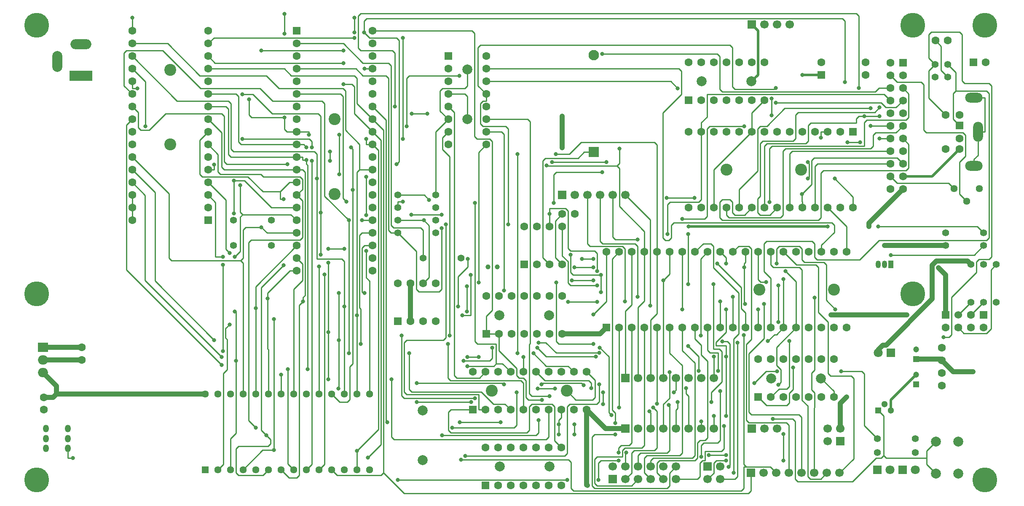
<source format=gbr>
%TF.GenerationSoftware,Novarm,DipTrace,4.3.0.4*%
%TF.CreationDate,2023-05-29T14:58:25+01:00*%
%FSLAX26Y26*%
%MOIN*%
%TF.FileFunction,Copper,L2,Bot*%
%TF.Part,Single*%
%TA.AperFunction,Conductor*%
%ADD13C,0.03937*%
%ADD14C,0.019685*%
%ADD15C,0.01*%
%TA.AperFunction,ComponentPad*%
%ADD18C,0.055118*%
%ADD19C,0.055118*%
%ADD20R,0.062992X0.062992*%
%ADD21C,0.062992*%
%ADD22R,0.066929X0.066929*%
%ADD23C,0.066929*%
%ADD24C,0.07874*%
%ADD25R,0.051181X0.051181*%
%ADD26C,0.051181*%
%ADD27C,0.066929*%
%ADD28C,0.19685*%
%ADD29C,0.062992*%
%ADD30C,0.06*%
%ADD31R,0.047244X0.047244*%
%ADD32C,0.047244*%
%ADD33C,0.094488*%
%ADD34R,0.056693X0.056693*%
%ADD35C,0.056693*%
%ADD36O,0.137795X0.07874*%
%ADD37O,0.07874X0.15748*%
%ADD38R,0.181102X0.07874*%
%ADD39O,0.165354X0.07874*%
%ADD40O,0.07874X0.165354*%
%ADD41R,0.07874X0.075*%
%ADD42O,0.07874X0.075*%
%ADD43R,0.070866X0.070866*%
%ADD44C,0.070866*%
%ADD45R,0.041339X0.059055*%
%ADD46O,0.041339X0.059055*%
%ADD49O,0.047244X0.06*%
%ADD50C,0.056693*%
%ADD51R,0.082677X0.082677*%
%ADD52C,0.082677*%
%TA.AperFunction,ViaPad*%
%ADD53C,0.031496*%
%TA.AperFunction,ComponentPad*%
%ADD119C,0.03937*%
G75*
G01*
%LPD*%
X7249999Y2399999D2*
D13*
X7732676D1*
X7499999Y1499999D2*
X7693109D1*
X7700983Y1492125D1*
X7793109Y1399999D1*
X7949999D1*
X599999Y1198424D2*
X672440D1*
X699999Y1225983D1*
Y1287401D1*
X593700Y1393700D1*
X6599999Y3749999D2*
D14*
X6724999D1*
X6749999Y3751574D1*
X7843700Y3166535D2*
X7625590Y2948424D1*
X7394094D1*
X5699999Y2549999D2*
X6799999D1*
X7124999D2*
D13*
Y2579330D1*
X7394094Y2848424D1*
X1875491Y1225983D2*
X699999D1*
X6724999Y3749999D2*
D14*
X6726574Y3751574D1*
X6749999D1*
X3699999Y2799999D2*
D15*
Y3299999D1*
X3799999Y3399999D1*
X7749999Y3734251D2*
X7697282Y3786968D1*
Y3978503D1*
X7650787Y4024999D1*
X1299999Y2799999D2*
Y2699999D1*
X3799999Y3399999D2*
X3733503Y3466495D1*
Y3626499D1*
X3753503Y3646499D1*
X3929999D1*
X3949999Y3666499D1*
Y3793700D1*
X1299999Y2699999D2*
Y2599999D1*
X593700Y1593700D2*
D13*
X899999D1*
X5860708Y739964D2*
D15*
X5995432D1*
X4985432Y546499D2*
Y678464D1*
X5005432Y698464D1*
X5145432D1*
X3400680Y546499D2*
X4739133D1*
X790550Y794291D2*
Y718539D1*
X829172D1*
X5533227Y2492129D2*
Y2726499D1*
X5553227Y2746499D1*
X5779994D1*
X5799999Y2766504D1*
Y3299999D1*
X2221085Y3557244D2*
Y3435748D1*
X2241085Y3415748D1*
X2502759D1*
X2818837Y2170433D2*
Y669329D1*
X2775491Y625983D1*
X2934074Y3277244D2*
Y2963937D1*
X5249999Y2349999D2*
Y1931181D1*
X5199999Y1881181D1*
Y1349999D1*
X2502759Y4077244D2*
Y4235236D1*
X5799999Y3299999D2*
Y3373461D1*
X5846298Y3419760D1*
Y3596889D1*
X7245629D1*
X7294094Y3548424D1*
X2599999Y3299999D2*
X2694648D1*
Y3277244D1*
X2502759Y3415748D2*
Y3319999D1*
X2522759Y3299999D1*
X2599999D1*
X2526180Y3046496D2*
X2046621D1*
X2026621Y3066496D1*
Y3426496D1*
X2006621Y3446496D1*
X1563133D1*
X1432385Y3315748D1*
X1366495D1*
X1346495Y3335748D1*
Y3453503D1*
X1299999Y3499999D1*
X2599999Y2299999D2*
X2646499Y2253499D1*
Y2126322D1*
X2575491Y2055314D1*
Y1225983D1*
X2599999Y2199999D2*
X2545921D1*
X2370487Y2024566D1*
Y1983070D1*
Y1582586D1*
X2375491Y1577582D1*
Y1225983D1*
X2067735Y1775476D2*
X2036987Y1744728D1*
Y1668606D1*
X2047735Y1657858D1*
Y1418338D1*
X2018837Y1389440D1*
Y669329D1*
X1975491Y625983D1*
X3347995Y1342992D2*
Y886503D1*
X3367995Y866503D1*
X4573700D1*
X4593700Y886502D1*
Y1099999D1*
X2849585Y2265129D2*
Y1713980D1*
X2067735Y2341692D2*
X2037834Y2371593D1*
Y2762164D1*
X1899999Y2899999D1*
X2849585Y2375968D2*
X2974684D1*
X2849585Y1713980D2*
Y1342992D1*
X2933999Y2024570D2*
Y1652488D1*
X1945432D2*
X1477755Y2120165D1*
Y2822243D1*
X1299999Y2999999D1*
X3980078Y1160669D2*
X3549251D1*
X2933999Y1652488D2*
Y1273744D1*
X2929585Y1269330D1*
X3136987Y2024570D2*
X3129880Y2031677D1*
X3115491D1*
Y2379999D1*
X3135492Y2399999D1*
X3199999D1*
X3106239Y1621736D2*
Y1897011D1*
X3095491Y1907759D1*
Y2479999D1*
X3115492Y2499999D1*
X3199999D1*
X2016987Y2249448D2*
Y1565240D1*
X1899999Y2799999D2*
X1957243Y2742755D1*
Y2310944D1*
X2016987D1*
X3795747Y1621736D2*
Y1352244D1*
X3815747Y1332244D1*
X4373700D1*
X4393700Y1312244D1*
Y1099999D1*
X3012991Y1549496D2*
Y2599999D1*
X3489251Y1549496D2*
Y1262165D1*
X3509251Y1242165D1*
X4060199D1*
X4155865Y1146499D1*
X4247200D1*
X4293700Y1099999D1*
X3199999Y2599999D2*
X3116987D1*
X3012991D2*
X2820334Y2792656D1*
Y3526496D1*
X2800334Y3546496D1*
X2409810D1*
X2309810Y3646496D1*
X1837755D1*
X1537755Y3946496D1*
X1253507D1*
X1233507Y3926496D1*
Y3666491D1*
X1299999Y3599999D1*
X2677247Y3177244D2*
X2654492Y3199999D1*
X2599999D1*
X5299999Y1349999D2*
Y1911925D1*
X5349999Y1961925D1*
Y2349999D1*
X3632483Y3446499D2*
X3509491D1*
X5349999Y2349999D2*
Y2511766D1*
X5151534Y2710231D1*
Y3011654D1*
X5131692Y3031496D1*
X5151534Y3051338D1*
Y3167401D1*
X2718837Y3071492D2*
Y669329D1*
X2675491Y625983D1*
X2861830Y3143740D2*
Y3071492D1*
X2599999Y3199999D2*
X2159589D1*
X2139589Y3219999D1*
Y3579999D1*
X2119589Y3599999D1*
X1899999D1*
X5131692Y3031496D2*
X4580432D1*
X4577243Y3034685D1*
X2686499Y1420118D2*
Y3037244D1*
X2677247Y3046496D1*
Y3077244D1*
X3884885Y3746499D2*
X3489491D1*
X3469491Y3726499D1*
Y3346496D1*
X5399999Y1349999D2*
Y1812842D1*
X5449999Y1862842D1*
Y2349999D1*
X2529585Y1420118D2*
Y671889D1*
X2575491Y625983D1*
X2599999Y3099999D2*
X2079589D1*
X2059589Y3119999D1*
Y3479999D1*
X2039589Y3499999D1*
X1899999D1*
X2677247Y3077244D2*
X2646499D1*
Y3099999D1*
X2599999D1*
X5449999Y2349999D2*
Y3198149D1*
X5429999Y3218149D1*
X4849313D1*
X4754904Y3123740D1*
X4649487D1*
X2475491Y625983D2*
X2538834Y562641D1*
X2598837D1*
X2618837Y582641D1*
Y1928385D1*
X2649585Y1959133D1*
X4777243Y2125393D2*
X4945432D1*
X3945826Y1877637D2*
Y2077248D1*
X2599999Y2999999D2*
X2026621D1*
X2006621Y3019999D1*
Y3293377D1*
X1899999Y3399999D1*
X2649585Y1959133D2*
Y1989881D1*
X2666499Y2006795D1*
Y2979995D1*
X2646495Y2999999D1*
X2599999D1*
X5499999Y2125393D2*
X5549999Y2175393D1*
Y2349999D1*
X5499999Y1349999D2*
Y2125393D1*
X2375491Y625983D2*
X2332145Y582637D1*
X2138837D1*
X2118837Y602637D1*
Y791106D1*
X2138837Y811106D1*
X2371082D1*
X2391082Y831106D1*
Y866503D1*
X2360334Y897251D1*
X2495432Y2769519D2*
X2469684D1*
Y2826653D1*
X2331991D1*
X2212148Y2946496D1*
X1853503D1*
X1833503Y2966496D1*
Y3233503D1*
X1899999Y3299999D1*
X5582282Y1239173D2*
X5599999Y1256890D1*
Y1349999D1*
X5021928Y1145433D2*
Y1239173D1*
X3749030Y897251D2*
X4493819D1*
X4513818Y917250D1*
Y1016811D1*
X2469684Y2826653D2*
X2543031Y2899999D1*
X2599999D1*
X2360334Y897251D2*
X2318837Y938748D1*
Y2069901D1*
X2495432Y2246496D1*
X1899999Y3199999D2*
X1977243Y3122755D1*
Y2986496D1*
X1997243Y2966496D1*
X2315849D1*
X2335849Y2946496D1*
X2626499D1*
X2646499Y2926496D1*
Y2846499D1*
X2599999Y2799999D1*
X4340200Y1238744D2*
Y978744D1*
X4320200Y958744D1*
X3830526D1*
X2599999Y2799999D2*
X2646499Y2753499D1*
Y2466496D1*
X2626499Y2446496D1*
X2238837D1*
X2218837Y2426496D1*
Y1015398D1*
X2275491Y958744D1*
X2102613Y2653307D2*
Y2915748D1*
X3930904Y735118D2*
X4720200D1*
X4740200Y755118D1*
Y1126499D1*
X4760200Y1146499D1*
X4971180D1*
X4991180Y1166499D1*
Y1300669D1*
X2418837Y1817157D2*
Y780358D1*
X2102613Y2915748D2*
X2184109D1*
X2399858Y2699999D1*
X2599999D1*
X2418837Y780358D2*
X2329866D1*
X2175491Y625983D1*
X2109231Y2310944D2*
X2153361Y2355074D1*
Y2626653D1*
X2173204Y2646496D1*
X2553503D1*
X2599999Y2599999D1*
X2075491Y625983D2*
Y871555D1*
X2118837Y914901D1*
Y1487999D1*
X2173204Y2646496D2*
X2153361Y2666339D1*
Y2877244D1*
X1946495Y3040480D2*
Y2999999D1*
X1899999D1*
X4146499Y1590988D2*
Y1507999D1*
X4126499Y1487999D1*
X3918924D1*
X4964487Y1519960D2*
X4572724D1*
X4501696Y1590988D1*
X5899999Y1349999D2*
Y1519960D1*
X2118837Y1487999D2*
Y1878952D1*
X2109231D1*
X2599999Y2499999D2*
X2366929D1*
X2320432Y2546496D1*
X2195491D1*
X2175491Y2526496D1*
Y2300039D1*
X2155648Y2280196D1*
X1608915D1*
X1588915Y2300196D1*
Y2811083D1*
X1299999Y3099999D1*
X2970432Y3946499D2*
X2320432D1*
X2155648Y2280196D2*
X2175491Y2260353D1*
Y1225983D1*
X2275491D2*
Y1903649D1*
Y2075491D1*
X2599999Y2399999D1*
X6357046Y3431744D2*
Y3566141D1*
X7199999Y2549999D2*
X7982676D1*
X8032676Y2499999D1*
X5611849Y3646499D2*
X5558349Y3699999D1*
X4099999D1*
X6746495Y3254566D2*
Y3299999D1*
X6799999D1*
X4693700Y799999D2*
X4640200Y853499D1*
Y1126499D1*
X4620200Y1146499D1*
X4460200D1*
X4440200Y1126499D1*
Y937251D1*
X4420200Y917251D1*
X3819778D1*
X3799778Y937251D1*
Y1079999D1*
X3819779Y1099999D1*
X3993700D1*
X6249999Y1895433D2*
Y1749999D1*
X5396495Y1926181D2*
Y2603503D1*
X5199999Y2799999D1*
X5999999Y2699999D2*
Y2640748D1*
X6019999Y2620748D1*
X6426495D1*
X6446495Y2640748D1*
Y3148425D1*
X6466495Y3168425D1*
X7139841D1*
X7159841Y3188425D1*
Y3274921D1*
X7179841Y3294921D1*
X7340590D1*
X7394094Y3348424D1*
X2875491Y625983D2*
X2918838Y582637D1*
X3266656D1*
X3286499Y602480D1*
Y3313499D1*
X3199999Y3399999D1*
X5749999Y2349999D2*
X5816496Y2416496D1*
X5876495D1*
X5896495Y2396496D1*
Y2226181D1*
X6096495Y2026181D1*
Y1702791D1*
X6055711Y1662007D1*
Y599999D1*
X6193700D2*
Y458699D1*
X6173700Y438700D1*
X3450279D1*
X3286499Y602480D1*
X3199999Y3399999D2*
X3075495Y3524503D1*
Y3726496D1*
X3055495Y3746496D1*
X2554849D1*
X2501346Y3799999D1*
X1899999D1*
X2970432Y3677244D2*
X3035495D1*
X3055495Y3657244D1*
Y3444503D1*
X3199999Y3299999D1*
X2970432Y3846496D2*
X1953503D1*
X1899999Y3899999D1*
X7137676Y3348425D2*
X7294094Y3348424D1*
X6099999Y2699999D2*
Y2844504D1*
X6246495Y2991000D1*
Y3326499D1*
X6266495Y3346499D1*
X6317459D1*
X6458125Y3487165D1*
X7137676D1*
X6014215Y648464D2*
X6027243Y661492D1*
Y1620240D1*
X6007243Y1640240D1*
X5965747D1*
X5849999Y2349999D2*
X5796495Y2296495D1*
Y1687066D1*
X3199999Y3299999D2*
X3266499Y3233499D1*
Y824873D1*
X3163507Y721881D1*
X6199999Y2699999D2*
X6140748Y2640748D1*
X6066495D1*
X6046495Y2660748D1*
Y2746499D1*
X6026495Y2766499D1*
X5966495D1*
X5946495Y2746499D1*
Y2620748D1*
X5966495Y2600748D1*
X6726495D1*
X6746495Y2620748D1*
Y2974921D1*
X6766495Y2994921D1*
X7420593D1*
X7440593Y3014921D1*
Y3201925D1*
X7394094Y3248424D1*
X6393700Y599999D2*
X6345235Y648464D1*
X6156337D1*
X6136495D1*
Y478700D1*
X6116495Y458700D1*
X4789881D1*
X4769881Y478700D1*
Y684370D1*
X4749881Y704370D1*
X3900156D1*
X3150432Y3246496D2*
Y3199999D1*
X3199999D1*
X6156337Y648464D2*
X6136495Y668306D1*
Y1692751D1*
X6396495Y2259133D2*
Y2376496D1*
X6416495Y2396496D1*
X6576495D1*
X6596495Y2376496D1*
Y2288381D1*
X6616495Y2268381D1*
X6767751D1*
X6787751Y2248381D1*
Y1967366D1*
X6859684Y1895433D1*
X5949999Y2349999D2*
X5996495Y2303503D1*
Y2259133D1*
X3054487Y4046496D2*
X1946496D1*
X1899999Y3999999D1*
X3438743Y3246496D2*
Y4046496D1*
X3075491Y775354D2*
Y625983D1*
X3199999Y3199999D2*
X3246499Y3153499D1*
Y946362D1*
X3075491Y775354D1*
X6049999Y2349999D2*
X6096496Y2396496D1*
X6176495D1*
X6196495Y2376496D1*
Y1658755D1*
X6156495Y1618755D1*
Y1018464D1*
X6176495Y998464D1*
X6473700D1*
X6493700Y978464D1*
Y599999D1*
X6299999Y2699999D2*
Y3188425D1*
X6319999Y3208425D1*
X6626495D1*
X6646495Y3228425D1*
Y3351318D1*
X6666495Y3371318D1*
X7026491D1*
Y3405669D1*
X7046491Y3425669D1*
X7087987D1*
X6935589Y3695433D2*
Y4178464D1*
X6915589Y4198464D1*
X3153503D1*
X3133503Y4178464D1*
Y4087992D1*
X1299999Y4204488D2*
Y4099999D1*
X3054487Y4087992D2*
Y4204488D1*
X3147735Y2359519D2*
Y2147378D1*
X3175491Y2119622D1*
Y1225983D1*
X3147735Y2946496D2*
Y2640480D1*
X7210589Y3248425D2*
X7294094Y3248424D1*
X7087987Y3425669D2*
X7210589D1*
X3133503Y4087992D2*
X3174999Y4046496D1*
X3387995D1*
X3407995Y4026496D1*
Y3064307D1*
X3390184Y3046496D1*
X3199999Y2999999D2*
X3095334D1*
Y3202925D1*
X2984822Y3313437D1*
Y3626496D1*
X2964822Y3646496D1*
X2458215D1*
X2358215Y3746496D1*
X1833502D1*
X1579999Y3999999D1*
X1299999D1*
X6149999Y2349999D2*
Y2269881D1*
X6139251Y2259133D1*
Y2228385D1*
X3095334Y2999999D2*
X3075491Y2980156D1*
Y1846889D1*
X6296495Y1936929D2*
Y1666499D1*
X6176495Y1546499D1*
Y1079960D1*
X6196495Y1059960D1*
X6573700D1*
X6593700Y1039960D1*
Y599999D1*
X4797243Y2228385D2*
X4945432D1*
X3907987Y1846889D2*
X3976574D1*
Y2169059D1*
X6399999Y2699999D2*
X6340748Y2640748D1*
X6266495D1*
X6246495Y2660748D1*
Y2770618D1*
X6266495Y2790618D1*
Y3208425D1*
X6286495Y3228425D1*
X6526495D1*
X6546495Y3248425D1*
Y3436417D1*
X6566495Y3456417D1*
X7172085D1*
X7210589Y3494921D1*
X6139251Y2228385D2*
Y1944921D1*
X6147243Y1936929D1*
X3075491Y1846889D2*
Y1225983D1*
X2975491D2*
Y1919133D1*
X6499999Y2699999D2*
Y3128425D1*
X6519999Y3148424D1*
X7294094D1*
X6696499Y1987755D2*
Y1415893D1*
X6672676Y1392070D1*
Y1258413D1*
X6696499Y1234590D1*
Y1116720D1*
X6693700Y1113920D1*
Y599999D1*
X6249999Y2349999D2*
Y2132244D1*
X6269999Y2112244D1*
X6311062D1*
X3953704Y2296499D2*
Y2231327D1*
X3877243Y2154866D1*
Y1919133D1*
X4945432Y2296499D2*
X4854566D1*
X2758837Y2933188D2*
Y3126496D1*
X2738837Y3146496D1*
X2099589D1*
X2079589Y3166496D1*
Y3526496D1*
X2059589Y3546496D1*
X1653503D1*
X1299999Y3899999D1*
X2975491Y1919133D2*
Y2275877D1*
X2955491Y2295877D1*
X2758837D1*
Y2933188D1*
X6349999Y2349999D2*
Y2248381D1*
X6369999Y2228381D1*
X6576499D1*
X6596499Y2208381D1*
Y1176338D1*
X6642164Y1130673D1*
Y571531D1*
X6662164Y551531D1*
X6745232D1*
X6793700Y599999D1*
X3030432Y3177244D2*
X3043739Y3163937D1*
Y2841496D1*
X6599999Y2699999D2*
Y2746499D1*
X6594995Y2751503D1*
Y2807996D1*
X4618739Y3062244D2*
X5047834D1*
X2170337Y3246496D2*
X2698743D1*
X2718743Y3226496D1*
Y3177244D1*
X1403003Y3346496D2*
Y3696995D1*
X1299999Y3799999D1*
X3043739Y2841496D2*
Y1465744D1*
X3018837Y1440842D1*
Y1182637D1*
X2998837Y1162637D1*
X2938838D1*
X2875491Y1225983D1*
X6594995Y2807996D2*
X6672912Y2885913D1*
Y3074921D1*
X6692912Y3094921D1*
X7347597D1*
X7394094Y3048424D1*
X6449999Y2349999D2*
X6551618Y2248381D1*
X6707247D1*
X6727247Y2228381D1*
Y1870669D1*
X6801420Y1796496D1*
Y1389610D1*
X6821420Y1369610D1*
X6984684D1*
X7004684Y1349610D1*
Y710984D1*
X6893700Y599999D1*
X6699999Y2699999D2*
Y3028425D1*
X6719999Y3048424D1*
X7294094D1*
X2789585Y2326625D2*
Y2661472D1*
X1340479Y3646496D2*
X1299999D1*
Y3699999D1*
X2775491Y2234385D2*
Y1225983D1*
X3746893Y2646496D2*
X3504566D1*
X5745432Y2777248D2*
X5527243D1*
X2789585Y2661472D2*
Y3426496D1*
X2769585Y3446496D1*
X2404078D1*
X2251834Y3598740D1*
X2170337D1*
X4699999Y3424999D2*
D13*
Y3174999D1*
X6199999Y4149999D2*
D14*
X6249015Y4100983D1*
Y3752165D1*
X6196850Y3699999D1*
X7732676Y1849999D2*
D13*
Y2167322D1*
X7674999Y2224999D1*
X4699999Y1699999D2*
X4999999D1*
X5049999Y1749999D1*
X5199999Y949999D2*
X5043700D1*
X4893700Y1099999D1*
X3500393Y1800393D2*
Y2100393D1*
X7499999Y1378739D2*
D14*
X7299999Y1178739D1*
Y1093700D1*
X6899999Y949999D2*
D13*
Y1149999D1*
X6949999Y1199999D1*
X899999Y1495275D2*
X595275D1*
X593700Y1493700D1*
X7424999Y1849999D2*
X6824999D1*
X4893700Y1099999D2*
Y506298D1*
X4899999Y499999D1*
X6299802Y3550393D2*
D15*
X6199999Y3450590D1*
Y3299999D1*
X3949999Y3399999D2*
Y3580000D1*
X3930000Y3599999D1*
X3799999D1*
X4734251Y1249999D2*
X4807000Y1177251D1*
X4940432D1*
X4960432Y1197251D1*
Y1333267D1*
X4893700Y1399999D1*
X6849999Y1199999D2*
Y1246653D1*
X6747046Y1349606D1*
X4699999Y2649999D2*
X4646495Y2596495D1*
Y2303503D1*
X4699999Y2249999D1*
X6199999Y3299999D2*
X5899999Y2999999D1*
Y2699999D1*
X4976180Y2197633D2*
Y2337996D1*
X4956180Y2357996D1*
X4766495D1*
X4746495Y2377996D1*
Y2676496D1*
X4726495Y2696496D1*
X4599999D1*
Y2649940D1*
X3399999Y2599999D2*
X3604684D1*
X6407719Y1297248D2*
X6430141Y1319670D1*
Y1417909D1*
X6396499Y1451551D1*
Y1596499D1*
X6549999Y1749999D1*
X6448463Y698468D2*
Y908129D1*
X5995432Y698468D2*
X5918467D1*
X5898467Y678468D1*
Y598467D1*
X5849999Y549999D1*
X4599999Y2649940D2*
Y2549999D1*
X3604684Y2599999D2*
X3646889Y2557794D1*
Y2146889D1*
X3600393Y2100393D1*
X6549999Y1749999D2*
Y2113381D1*
X6465747Y2197633D1*
X3646889Y2762303D2*
X3609193Y2799999D1*
X3399999D1*
X6449999Y2136137D2*
Y1749999D1*
X6086459Y1631259D2*
Y570000D1*
X6066459Y549999D1*
X5949999D1*
X4699999Y2549999D2*
Y2319747D1*
X4746495Y2273251D1*
Y2104688D1*
X4766495Y2084688D1*
X4974774D1*
X6449999Y1749999D2*
X6396181Y1696181D1*
X6377991D1*
X6327243Y1645433D1*
X4093700Y1399999D2*
X4045945Y1352244D1*
X3866495D1*
X3846495Y1372244D1*
Y3453503D1*
X3799999Y3499999D1*
X4746499Y1953507D2*
X4976180D1*
X4240479Y2046499D2*
Y3280000D1*
X4220480Y3299999D1*
X4099999D1*
X4651420Y2107996D2*
Y1640248D1*
X4671420Y1620248D1*
X4945432D1*
X4039141Y2107996D2*
Y3139141D1*
X4099999Y3199999D1*
X3427759Y1688188D2*
Y1211417D1*
X3447759Y1191417D1*
X4009420D1*
X3808385Y1688188D2*
Y3106062D1*
X3753503Y3160944D1*
Y3253503D1*
X3799999Y3299999D1*
X3777637Y2568444D2*
Y1672484D1*
X3757637Y1652484D1*
X3467759D1*
X3447759Y1632484D1*
Y1242165D1*
X3467759Y1222165D1*
X4040200D1*
Y1099999D1*
X4093700D1*
X6387794Y3532559D2*
X7222518D1*
X7260156Y3494921D1*
X7340590D1*
X7394094Y3548424D1*
X4099999Y3599999D2*
Y3546499D1*
X4073503D1*
X4053503Y3526499D1*
Y3366499D1*
X4073503Y3346499D1*
X4251227D1*
X4271227Y3326499D1*
Y2568444D1*
X6387794Y3647637D2*
X6377046Y3636889D1*
X6066298D1*
X6046298Y3656889D1*
Y3967637D1*
X6026298Y3987637D1*
X4053507D1*
X4033507Y3967637D1*
Y3666491D1*
X4099999Y3599999D1*
X5196495Y1956929D2*
Y2376496D1*
X5176495Y2396496D1*
X4919999D1*
X4899999Y2416496D1*
Y2799999D1*
X5949999Y1956929D2*
Y1749999D1*
X6049999Y1995318D2*
Y1749999D1*
X5296495Y1995318D2*
Y2396496D1*
X5276495Y2416496D1*
X5019999D1*
X4999999Y2436496D1*
Y2799999D1*
X4949999Y3141808D2*
X4873661D1*
X4824845Y3092992D1*
X4566495D1*
X4546495Y3072992D1*
Y2303503D1*
X4599999Y2249999D1*
X2599999Y3999999D2*
X2968484D1*
X3121987Y3846496D1*
X3326499D1*
X3346499Y3826496D1*
Y2562559D1*
X3366499Y2542559D1*
X3580392D1*
X3600393Y2522558D1*
Y2299999D1*
X7199999Y1549999D2*
D13*
Y1575983D1*
X7237007Y1612991D1*
X7262991D1*
X7627165Y1977165D1*
Y2245159D1*
X7659564Y2277558D1*
X7905117D1*
X7932676Y2249999D1*
X7799999Y2849999D2*
D15*
X7755078Y2894921D1*
X7347597D1*
X7294094Y2948424D1*
Y3748424D2*
X7347597Y3694921D1*
X7539298D1*
X7559298Y3674921D1*
Y3315708D1*
X7579298Y3295708D1*
X7870200D1*
X7890200Y3275708D1*
Y3108504D1*
X7843345Y3061649D1*
Y2806653D1*
X7899999Y2749999D1*
X5948463Y1248972D2*
Y857965D1*
X5928463Y837965D1*
X5819212D1*
X5799211Y817964D1*
Y729216D1*
X5930747Y1409212D2*
Y1550708D1*
X5869999D1*
X5849999Y1570708D1*
Y1749999D1*
X5979211Y969999D2*
Y790712D1*
X5959211Y770712D1*
X5829959D1*
Y698468D1*
X5808463D1*
X5788463Y678468D1*
Y569999D1*
X5768464Y549999D1*
X5599999D1*
X4945432Y1853314D2*
X5049999Y1957881D1*
Y2349999D1*
X5119881Y995433D2*
Y1075984D1*
X5096495Y1099370D1*
Y2296495D1*
X5149999Y2349999D1*
X5119881Y904488D2*
X4954684D1*
X4934684Y884488D1*
Y498700D1*
X4954684Y478700D1*
X5528463D1*
X5548463Y498700D1*
Y598463D1*
X5599999Y649999D1*
X5419251Y1118425D2*
X5448463Y1089213D1*
Y798464D1*
X5428463Y778464D1*
X5268463D1*
X5248463Y758464D1*
Y598463D1*
X5199999Y549999D1*
X5149999Y1118425D2*
Y1749999D1*
X5145432Y759960D2*
Y798464D1*
X5165432Y818464D1*
X5229999D1*
X5249999Y838464D1*
Y1749999D1*
X5206928Y759960D2*
X5199999Y753031D1*
Y649999D1*
X5299999Y549999D2*
X5248700Y498700D1*
X4974684D1*
X4954684Y518700D1*
Y709212D1*
X4974684Y729212D1*
X5176180D1*
Y778464D1*
X5196180Y798464D1*
X5329999D1*
X5349999Y818464D1*
Y1749999D1*
X5449999Y1149173D2*
Y1749999D1*
X5540786Y1137673D2*
X5548463Y1129996D1*
Y778464D1*
X5528463Y758464D1*
X5319999D1*
X5299999Y738464D1*
Y649999D1*
X5399999Y549999D2*
X5348463Y601535D1*
Y718464D1*
X5368463Y738464D1*
X5628463D1*
X5648463Y758464D1*
Y1449925D1*
X5549999Y1548389D1*
Y1749999D1*
X5399999Y649999D2*
Y698464D1*
X5419999Y718464D1*
X5728463D1*
X5748463Y738464D1*
Y1469925D1*
X5649999Y1568389D1*
Y1749999D1*
X5499999Y549999D2*
X5448463Y601535D1*
Y678464D1*
X5468463Y698464D1*
X5748463D1*
X5768463Y718464D1*
Y837968D1*
X5788463Y857968D1*
X5828463D1*
X5848463Y877968D1*
Y1486082D1*
X5799211Y1535334D1*
Y1611681D1*
X5749999Y1660893D1*
Y1749999D1*
X7714408Y1675157D2*
X7759172D1*
X7779172Y1695157D1*
Y1992960D1*
X7975235Y2189023D1*
Y2272559D1*
X7995235Y2292559D1*
X8075235D1*
X8095235Y2312559D1*
Y3664610D1*
X8075234Y3684611D1*
X7883534D1*
X7863531Y3704614D1*
Y4071496D1*
X7843531Y4091496D1*
X7619298D1*
X7599298Y4071496D1*
Y3884952D1*
X7649999Y3834251D1*
X6527247Y1434728D2*
Y1261873D1*
X6496499Y1231125D1*
Y1153503D1*
X6476499Y1133503D1*
X6316496D1*
X6249999Y1199999D1*
X7649999Y3834251D2*
X7599298Y3783550D1*
Y3568417D1*
X7733464Y3434251D1*
X7299999Y2324999D2*
X7957676D1*
X8032676Y2399999D1*
X4993830Y1550708D2*
X4652310D1*
X4570534Y1632484D1*
X4513621D1*
X6399393Y1403980D2*
X6310751D1*
X6217991Y1311220D1*
X6904566Y1403980D2*
X7069574D1*
X7089574Y1383980D1*
Y975778D1*
X7193700Y871653D1*
X7832676Y1749999D2*
X7876968Y1705708D1*
X8055708D1*
X8092322Y1742322D1*
Y2209645D1*
X8132676Y2249999D1*
X8032676Y1949999D2*
X7932676Y1849999D1*
Y1949999D2*
X7832676Y1849999D1*
X4470948Y1549496D2*
X4573945Y1446499D1*
X4747200D1*
X4793700Y1399999D1*
X4346499Y3125433D2*
Y1549496D1*
X3199999Y3799999D2*
X3134369D1*
X6496499Y1645433D2*
Y1286499D1*
X6476499Y1266499D1*
X6416499D1*
X6349999Y1199999D1*
X7843700Y3351574D2*
X7792558Y3402716D1*
Y3604606D1*
X7812400Y3624448D1*
X8055235D1*
X8075235Y3604448D1*
Y2462559D1*
X8055235Y2442559D1*
X7205181D1*
X7051003Y2288381D1*
X6716495D1*
X6696495Y2308381D1*
Y2416496D1*
X6676495Y2436496D1*
X6316495D1*
X6296495Y2416496D1*
Y2196496D1*
X6349999Y2142992D1*
Y1749999D1*
X7812400Y3624448D2*
Y3771850D1*
X7749999Y3834251D1*
X4240200Y1301496D2*
X4229452Y1312244D1*
X3549251D1*
X4670948Y904488D2*
Y986062D1*
X4795050Y904488D2*
Y984488D1*
X3889211Y1000240D2*
X4213704D1*
X3199999Y3499999D2*
X3306499Y3393499D1*
Y1010988D1*
X3317247Y1000240D1*
X7045432Y3647637D2*
Y4218464D1*
X7025432Y4238464D1*
X3105235D1*
X3085235Y4218464D1*
Y3966496D1*
X3105235Y3946496D1*
X3357247D1*
X3377247Y3926496D1*
Y3499996D1*
X6954566Y3219173D2*
X7057239D1*
X6999999Y2699999D2*
Y2785315D1*
X6854566Y2930748D1*
X4670948Y986062D2*
Y1016811D1*
X4693700Y1039562D1*
Y1099999D1*
X5389908Y1087677D2*
X5399999Y1077586D1*
Y949999D1*
X6642164Y2930748D2*
X6652794Y2941378D1*
Y3051614D1*
X6642164Y3062244D1*
X5927243Y2259133D2*
X6116495Y2069881D1*
Y1902933D1*
X6149999Y1869429D1*
Y1749999D1*
X5296495Y2447244D2*
X5119999D1*
X5099999Y2467244D1*
Y2799999D1*
X4599763Y1207996D2*
X4460200D1*
X4440200Y1227996D1*
Y1618586D1*
X4446499Y1624885D1*
Y3380000D1*
X4426500Y3399999D1*
X4099999D1*
X7955905Y3030708D2*
Y3085077D1*
X7987401Y3116573D1*
Y3300393D1*
X8041774D1*
Y3570078D1*
X7955905D1*
X6749999Y2349999D2*
Y2403740D1*
X6850747Y2504488D1*
Y2560748D1*
X6830747Y2580748D1*
X5583975D1*
X5563975Y2560748D1*
Y2461381D1*
X5543975Y2441381D1*
X5516495D1*
X5496495Y2461381D1*
Y3450787D1*
X5642597Y3596889D1*
Y3780000D1*
X5622598Y3799999D1*
X4099999D1*
X3746889Y2537696D2*
Y2053893D1*
X3726889Y2033893D1*
X3566889D1*
X3546889Y2053893D1*
Y2353503D1*
X3400393Y2499999D1*
X6799999Y2699999D2*
X6949999Y2549999D1*
Y2349999D1*
X5089133Y1056929D2*
X5068385Y1077677D1*
Y1519999D1*
X4996180Y1592204D1*
X5799999Y949999D2*
Y1009212D1*
X3400393Y2499999D2*
X3346499D1*
X3326499Y2519999D1*
Y3726496D1*
X3306499Y3746496D1*
X3122246D1*
X3068743Y3799999D1*
X2599999D1*
X5005522Y2166885D2*
X4786495D1*
X4766495Y2186885D1*
Y2327248D1*
X5004566Y2032448D2*
X5005522Y2033404D1*
Y2166885D1*
X2992991Y2747208D2*
X2964822Y2775377D1*
Y3579999D1*
X2944822Y3599999D1*
X2599999D1*
X3437696Y2747208D2*
X3399999D1*
Y2699999D1*
X4293700Y1399999D2*
X4227357Y1466342D1*
X4177247D1*
X4157404Y1446499D1*
X3948267D1*
X2475491Y1225983D2*
Y1378625D1*
X5017085Y3916889D2*
X5926298D1*
X5946298Y3896889D1*
Y3636889D1*
X5966298Y3616889D1*
X7175112D1*
X7206648Y3648424D1*
X7294094D1*
X4630747Y2737992D2*
Y2960748D1*
X4650747Y2980748D1*
X5017085D1*
X4177247Y1466342D2*
Y1621736D1*
X4028389D1*
X4008389Y1641736D1*
Y2737992D1*
X2006239Y1454637D2*
X1253503Y2207373D1*
Y3353503D1*
X1299999Y3399999D1*
X4641255Y1269492D2*
X4507353D1*
X5548463Y1398464D2*
Y1192653D1*
X5499999Y1144189D1*
Y949999D1*
X4540200Y1177248D2*
X4433704D1*
X4413704Y1197248D1*
Y1332244D1*
X4393704Y1352244D1*
X4360200D1*
X4340200Y1372244D1*
Y1428649D1*
X4199999Y1568850D1*
Y1699999D1*
X7199999Y1093700D2*
X7243267Y1050432D1*
Y737520D1*
X7223424Y717677D1*
X7181842D1*
X6995696Y531531D1*
X6562164D1*
X6542164Y551531D1*
Y1009212D1*
X6522164Y1029212D1*
X6365751D1*
X5996495Y1051480D2*
Y1519960D1*
X7655117Y593700D2*
X7580904Y667913D1*
Y717673D1*
Y775393D1*
X7655117Y849606D1*
X7243267Y737520D2*
X7263114Y717673D1*
X7580904D1*
X5649999Y2611496D2*
X5826495D1*
X5846495Y2631496D1*
Y3326499D1*
X5866495Y3346499D1*
X6140479D1*
X5899999Y1051480D2*
Y949999D1*
X5649999Y2349999D2*
Y1895433D1*
X4099999Y1699999D2*
Y1842818D1*
X4146889Y1889708D1*
Y3226499D1*
X4126889Y3246499D1*
X4024369D1*
X4004369Y3266499D1*
Y4079999D1*
X3984369Y4099999D1*
X3199999D1*
X4199999Y1699999D2*
X4146499D1*
X4099999D1*
X5996495Y1519960D2*
Y1609492D1*
X5916495D1*
Y1636181D1*
X5996495Y1716181D1*
Y1895433D1*
X5613030Y1163228D2*
Y1112480D1*
X5599999Y1099449D1*
Y949999D1*
X5896495Y2095433D2*
Y1581456D1*
X5941495D1*
X5961495Y1561456D1*
Y1320862D1*
X5879211Y1238578D1*
Y1163228D1*
X5696495Y2489999D2*
Y2095433D1*
X6340479Y2746499D2*
Y3168425D1*
X6360479Y3188425D1*
X7087987D1*
Y3374921D1*
X7107987Y3394921D1*
X7420593D1*
X7440593Y3414921D1*
Y3601925D1*
X7394094Y3648424D1*
X2006239Y1518748D2*
X1400547Y2124440D1*
Y2799451D1*
X1299999Y2899999D1*
X4039133Y1518748D2*
X3948267D1*
X4393700Y1399999D2*
Y1518748D1*
X4868936Y1295433D2*
X4852125Y1312244D1*
X4547563D1*
X4536696Y1301377D1*
X5679211Y1269921D2*
Y1229566D1*
X5699999Y1208778D1*
Y949999D1*
X5696495Y1605539D2*
X5779211Y1522823D1*
Y1409212D1*
X6408507Y2085389D2*
Y1796496D1*
X4929684Y1269921D2*
Y1312244D1*
X4909684Y1332244D1*
X4561455D1*
X4493700Y1399999D1*
D53*
X6824999Y1849999D3*
X4899999Y499999D3*
X4699999Y3424999D3*
X7424999Y1849999D3*
X6949999Y1199999D3*
X7674999Y2224999D3*
X4699999Y3174999D3*
X5699999Y2549999D3*
X6599999Y3749999D3*
X6799999Y2549999D3*
X7124999D3*
X7199999D3*
X7949999Y1399999D3*
X7249999Y2399999D3*
X7299999Y2324999D3*
X5995432Y739964D3*
X5860708D3*
X5145432Y698464D3*
X4985432Y546499D3*
X4739133D3*
X3400680D3*
X829172Y718539D3*
X2818837Y2170433D3*
X2934074Y2963937D3*
Y3277244D3*
X2694648D3*
X2502759Y4235236D3*
Y4077244D3*
Y3415748D3*
X2221085Y3557244D3*
X5533227Y2492129D3*
X2526180Y3046496D3*
X2370487Y1983070D3*
X2067735Y1775476D3*
X3347995Y1342992D3*
X2849585D3*
X2067735Y2341692D3*
X2974684Y2375968D3*
X2849585D3*
Y2265129D3*
Y1713980D3*
X2929585Y1269330D3*
X1945432Y1652488D3*
X2933999D3*
Y2024570D3*
X3136987D3*
X3549251Y1160669D3*
X3980078D3*
X2016987Y1565240D3*
Y2249448D3*
Y2310944D3*
X3795747Y1621736D3*
X3106239D3*
X3489251Y1549496D3*
X3012991D3*
Y2599999D3*
X3116987D3*
X5151534Y3167401D3*
X3509491Y3446499D3*
X3632483D3*
X4577243Y3034685D3*
X2718837Y3071492D3*
X2861830D3*
Y3143740D3*
X2677247Y3177244D3*
X3469491Y3346496D3*
X3884885Y3746499D3*
X4649487Y3123740D3*
X2529585Y1420118D3*
X2686499D3*
X2677247Y3077244D3*
X4945432Y2125393D3*
X4777243D3*
X3945826Y2077248D3*
Y1877637D3*
X2649585Y1959133D3*
X5499999Y2125393D3*
X2495432Y2246496D3*
Y2769519D3*
X5582282Y1239173D3*
X5021928D3*
Y1145433D3*
X4513818Y1016811D3*
X3749030Y897251D3*
X2360334D3*
X2275491Y958744D3*
X3830526D3*
X4340200Y1238744D3*
X2102613Y2915748D3*
X4991180Y1300669D3*
X3930904Y735118D3*
X2418837Y1817157D3*
X2102613Y2653307D3*
X2418837Y780358D3*
X2109231Y2310944D3*
Y1878952D3*
X2153361Y2877244D3*
X1946495Y3040480D3*
X2118837Y1487999D3*
X3918924D3*
X4146499Y1590988D3*
X4501696D3*
X4964487Y1519960D3*
X5899999D3*
X2320432Y3946499D3*
X2970432D3*
X2320432Y2546496D3*
X2275491Y1903649D3*
X6357046Y3566141D3*
Y3431744D3*
X5611849Y3646499D3*
X6746495Y3254566D3*
X6249999Y1895433D3*
X5396495Y1926181D3*
X6055711Y599999D3*
X3163507Y721881D3*
X2970432Y3846496D3*
Y3677244D3*
X7137676Y3348425D3*
Y3487165D3*
X5965747Y1640240D3*
X5796495Y1687066D3*
X6014215Y648464D3*
X3900156Y704370D3*
X3075491Y775354D3*
X6136495Y1692751D3*
X6859684Y1895433D3*
X6396495Y2259133D3*
X5996495D3*
X3054487Y4046496D3*
X3438743D3*
Y3246496D3*
X3150432D3*
X3390184Y3046496D3*
X7087987Y3425669D3*
X6935589Y3695433D3*
X1299999Y4204488D3*
X3054487D3*
Y4087992D3*
X3133503D3*
X3147735Y2359519D3*
Y2640480D3*
Y2946496D3*
X7210589Y3425669D3*
Y3248425D3*
X6147243Y1936929D3*
X6296495D3*
X4945432Y2228385D3*
X4797243D3*
X3976574Y2169059D3*
X3907987Y1846889D3*
X7210589Y3494921D3*
X3075491Y1846889D3*
X6139251Y2228385D3*
X2758837Y2933188D3*
X6696499Y1987755D3*
X6311062Y2112244D3*
X2975491Y1919133D3*
X3877243D3*
X3953704Y2296499D3*
X4854566D3*
X4945432D3*
X5047834Y3062244D3*
X4618739D3*
X3043739Y2841496D3*
X3030432Y3177244D3*
X2718743D3*
X2170337Y3246496D3*
X1403003Y3346496D3*
X6594995Y2807996D3*
X2170337Y3598740D3*
X1340479Y3646496D3*
X2775491Y2234385D3*
X2789585Y2326625D3*
X3504566Y2646496D3*
X3746893D3*
X5527243Y2777248D3*
X5745432D3*
X2789585Y2661472D3*
X4599999Y2649940D3*
X6465747Y2197633D3*
X4976180D3*
X6407719Y1297248D3*
X6448463Y908129D3*
Y698468D3*
X5995432D3*
X3604684Y2599999D3*
X6327243Y1645433D3*
X6086459Y1631259D3*
X6449999Y2136137D3*
X4974774Y2084688D3*
X3646889Y2762303D3*
X4976180Y1953507D3*
X4746499D3*
X4240479Y2046499D3*
X4945432Y1620248D3*
X4651420Y2107996D3*
X4039141D3*
X4009420Y1191417D3*
X3427759Y1688188D3*
X3808385D3*
X3777637Y2568444D3*
X4271227D3*
X6387794Y3532559D3*
Y3647637D3*
X5196495Y1956929D3*
X5949999D3*
X6049999Y1995318D3*
X5296495D3*
X5799211Y729216D3*
X5948463Y1248972D3*
X5930747Y1409212D3*
X5979211Y969999D3*
X4945432Y1853314D3*
X5119881Y995433D3*
Y904488D3*
X5419251Y1118425D3*
X5149999D3*
X5145432Y759960D3*
X5206928D3*
X5540786Y1137673D3*
X5449999Y1149173D3*
X7714408Y1675157D3*
X6527247Y1434728D3*
X4513621Y1632484D3*
X4993830Y1550708D3*
X6217991Y1311220D3*
X6399393Y1403980D3*
X6904566D3*
X4470948Y1549496D3*
X4346499D3*
Y3125433D3*
X3134369Y3799999D3*
X6496499Y1645433D3*
X3549251Y1312244D3*
X4240200Y1301496D3*
X5389908Y1087677D3*
X4795050Y984488D3*
Y904488D3*
X4670948D3*
X4213704Y1000240D3*
X3889211D3*
X3317247D3*
X3377247Y3499996D3*
X7045432Y3647637D3*
X7057239Y3219173D3*
X6954566D3*
X6642164Y3062244D3*
Y2930748D3*
X6854566D3*
X4670948Y986062D3*
X5927243Y2259133D3*
X5296495Y2447244D3*
X4599763Y1207996D3*
X4766495Y2327248D3*
X3746889Y2537696D3*
X5004566Y2032448D3*
X4996180Y1592204D3*
X5089133Y1056929D3*
X5799999Y1009212D3*
X5005522Y2166885D3*
X2992991Y2747208D3*
X3437696D3*
X3948267Y1446499D3*
X2475491Y1378625D3*
X5017085Y3916889D3*
Y2980748D3*
X4630747Y2737992D3*
X4008389D3*
X2006239Y1454637D3*
X4507353Y1269492D3*
X4641255D3*
X5548463Y1398464D3*
X6365751Y1029212D3*
X5996495Y1519960D3*
X6140479Y3346499D3*
X5649999Y2611496D3*
X5996495Y1051480D3*
Y1895433D3*
X5649999D3*
X4540200Y1177248D3*
X5899999Y1051480D3*
X5879211Y1163228D3*
X5896495Y2095433D3*
X5696495D3*
Y2489999D3*
X6340479Y2746499D3*
X2006239Y1518748D3*
X3948267D3*
X4039133D3*
X4393700D3*
X4536696Y1301377D3*
X4868936Y1295433D3*
X5613030Y1163228D3*
X5779211Y1409212D3*
X5696495Y1605539D3*
X6408507Y1796496D3*
Y2085389D3*
X4929684Y1269921D3*
X5679211D3*
D18*
X7932676Y2249999D3*
D19*
Y1949999D3*
D20*
X5699802Y3550393D3*
D21*
X5799802D3*
X5899802D3*
X5999802D3*
X6099802D3*
X6199802D3*
X6299802D3*
Y3850393D3*
X6199802D3*
X6099802D3*
X5999802D3*
X5899802D3*
X5799802D3*
X5699802D3*
D20*
X1899999Y2599999D3*
D21*
Y2699999D3*
Y2799999D3*
Y2899999D3*
Y2999999D3*
Y3099999D3*
Y3199999D3*
Y3299999D3*
Y3399999D3*
Y3499999D3*
Y3599999D3*
Y3699999D3*
Y3799999D3*
Y3899999D3*
Y3999999D3*
Y4099999D3*
X1299999D3*
Y3999999D3*
Y3899999D3*
Y3799999D3*
Y3699999D3*
Y3599999D3*
Y3499999D3*
Y3399999D3*
Y3299999D3*
Y3199999D3*
Y3099999D3*
Y2999999D3*
Y2899999D3*
Y2799999D3*
Y2699999D3*
Y2599999D3*
D18*
X3399999D3*
D19*
X3699999D3*
D20*
X5049999Y1749999D3*
D21*
X5149999D3*
X5249999D3*
X5349999D3*
X5449999D3*
X5549999D3*
X5649999D3*
X5749999D3*
X5849999D3*
X5949999D3*
X6049999D3*
X6149999D3*
X6249999D3*
X6349999D3*
X6449999D3*
X6549999D3*
X6649999D3*
X6749999D3*
X6849999D3*
X6949999D3*
Y2349999D3*
X6849999D3*
X6749999D3*
X6649999D3*
X6549999D3*
X6449999D3*
X6349999D3*
X6249999D3*
X6149999D3*
X6049999D3*
X5949999D3*
X5849999D3*
X5749999D3*
X5649999D3*
X5549999D3*
X5449999D3*
X5349999D3*
X5249999D3*
X5149999D3*
X5049999D3*
D22*
X6193700Y599999D3*
D23*
X6293700D3*
X6393700D3*
X6493700D3*
X6593700D3*
X6693700D3*
X6793700D3*
X6893700D3*
D22*
X6199999Y949999D3*
D23*
X6299999D3*
X6399999D3*
D24*
X7655117Y593700D3*
Y849606D3*
X7832283Y593700D3*
Y849606D3*
D22*
X6899999Y849999D3*
D23*
X6799999D3*
X6899999Y949999D3*
X6799999D3*
D25*
X7199999Y1093700D3*
D26*
X7249999Y1143700D3*
X7299999Y1093700D3*
D24*
X3949999Y3399999D3*
Y3793700D3*
D22*
X5099999Y549999D3*
D23*
Y649999D3*
X5199999Y549999D3*
Y649999D3*
X5299999Y549999D3*
Y649999D3*
X5399999Y549999D3*
Y649999D3*
X5499999Y549999D3*
Y649999D3*
X5599999Y549999D3*
Y649999D3*
D22*
X4699999Y2799999D3*
D27*
X4799999D3*
X4899999D3*
X4999999D3*
X5099999D3*
X5199999D3*
D28*
X543700Y4143700D3*
Y2017716D3*
X7472834Y4143700D3*
Y2017716D3*
D20*
X7394094Y3848424D3*
D29*
X7294094D3*
X7394094Y3748424D3*
X7294094D3*
X7394094Y3648424D3*
X7294094D3*
X7394094Y3548424D3*
X7294094D3*
X7394094Y3448424D3*
X7294094D3*
X7394094Y3348424D3*
X7294094D3*
X7394094Y3248424D3*
X7294094D3*
X7394094Y3148424D3*
X7294094D3*
X7394094Y3048424D3*
X7294094D3*
X7394094Y2948424D3*
X7294094D3*
X7394094Y2848424D3*
X7294094D3*
D22*
X5199999Y949999D3*
D23*
X5299999D3*
X5399999D3*
X5499999D3*
X5599999D3*
X5699999D3*
X5799999D3*
X5899999D3*
D20*
X8032676Y1849999D3*
D29*
X7932676D3*
D30*
X7832676D3*
D20*
X7732676D3*
D29*
Y1749999D3*
X7832676D3*
X7932676D3*
X8032676D3*
X4699999Y2649999D3*
X4798424D3*
D20*
X2599999Y4099999D3*
D21*
Y3999999D3*
Y3899999D3*
Y3799999D3*
Y3699999D3*
Y3599999D3*
Y3499999D3*
Y3399999D3*
Y3299999D3*
Y3199999D3*
Y3099999D3*
Y2999999D3*
Y2899999D3*
Y2799999D3*
Y2699999D3*
Y2599999D3*
Y2499999D3*
Y2399999D3*
Y2299999D3*
Y2199999D3*
X3199999D3*
Y2299999D3*
Y2399999D3*
Y2499999D3*
Y2599999D3*
Y2699999D3*
Y2799999D3*
Y2899999D3*
Y2999999D3*
Y3099999D3*
Y3199999D3*
Y3299999D3*
Y3399999D3*
Y3499999D3*
Y3599999D3*
Y3699999D3*
Y3799999D3*
Y3899999D3*
Y3999999D3*
Y4099999D3*
D18*
X2100393Y2599999D3*
D19*
X2400393D3*
D31*
X7499999Y1499999D3*
D32*
Y1578739D3*
D18*
X8032676Y2399999D3*
D19*
X7732676D3*
D18*
X8032676Y1949999D3*
D19*
Y2249999D3*
D33*
X1599999Y3199999D3*
Y3790550D3*
X4143700Y1249999D3*
X4734251D3*
D20*
X4099999Y1699999D3*
D21*
X4199999D3*
X4299999D3*
X4399999D3*
X4499999D3*
X4599999D3*
X4699999D3*
Y1999999D3*
X4599999D3*
X4499999D3*
X4399999D3*
X4299999D3*
X4199999D3*
X4099999D3*
D18*
X7193700Y871653D3*
D19*
X7493700D3*
D18*
X7649999Y3834251D3*
D19*
Y3734251D3*
D29*
X7099999Y3751574D3*
Y3849999D3*
D34*
X1875491Y625983D3*
D35*
X1975491D3*
X2075491D3*
X2175491D3*
X2275491D3*
X2375491D3*
X2475491D3*
X2575491D3*
X2675491D3*
X2775491D3*
X2875491D3*
X2975491D3*
X3075491D3*
X3175491D3*
Y1225983D3*
X3075491D3*
X2975491D3*
X2875491D3*
X2775491D3*
X2675491D3*
X2575491D3*
X2475491D3*
X2375491D3*
X2275491D3*
X2175491D3*
X2075491D3*
X1975491D3*
X1875491D3*
D20*
X4093700Y499999D3*
D21*
X4193700D3*
X4293700D3*
X4393700D3*
X4493700D3*
X4593700D3*
X4693700D3*
Y799999D3*
X4593700D3*
X4493700D3*
X4393700D3*
X4293700D3*
X4193700D3*
X4093700D3*
D20*
X6249999Y1199999D3*
D21*
X6349999D3*
X6449999D3*
X6549999D3*
X6649999D3*
X6749999D3*
X6849999D3*
Y1499999D3*
X6749999D3*
X6649999D3*
X6549999D3*
X6449999D3*
X6349999D3*
X6249999D3*
D20*
X7843700Y3351574D3*
D29*
Y3249212D3*
Y3434251D3*
Y3166535D3*
X7733464Y3434251D3*
Y3166535D3*
D36*
X7955905Y3030708D3*
D37*
X7987401Y3300393D3*
D36*
X7955905Y3570078D3*
D29*
X599999Y1099999D3*
Y1198424D3*
D20*
X6749999Y3751574D3*
D29*
Y3849999D3*
D18*
X7749999Y3834251D3*
D19*
Y3734251D3*
D18*
X3399999Y2799999D3*
D19*
X3699999D3*
D28*
X543700Y543700D3*
D33*
X5999999Y2999999D3*
X6590550D3*
D22*
X6199999Y4149999D3*
D23*
X6299999D3*
X6399999D3*
X6499999D3*
D22*
X5199999Y1349999D3*
D23*
X5299999D3*
X5399999D3*
X5499999D3*
X5599999D3*
X5699999D3*
X5799999D3*
X5899999D3*
D31*
X7499999Y1299999D3*
D32*
Y1378739D3*
D24*
X4203346Y1849606D3*
X4597046D3*
X6196850Y3699999D3*
X5803149D3*
X6747046Y1349606D3*
X6353346D3*
D38*
X893700Y3745669D3*
D39*
Y3993700D3*
D40*
X704724Y3859842D3*
D41*
X593700Y1593700D3*
D42*
Y1493700D3*
Y1393700D3*
D20*
X7951574Y3849999D3*
D29*
X8049999D3*
X7700983Y1292125D3*
Y1390550D3*
D43*
X7299999Y1549999D3*
D44*
X7199999D3*
D45*
X7299999Y2249999D3*
D46*
X7249999D3*
X7199999D3*
D18*
X7493700Y760235D3*
D19*
X7193700D3*
D29*
X7749212Y4024999D3*
X7650787D3*
D18*
X3900393Y2299999D3*
D19*
X3600393D3*
D18*
X3700393Y2499999D3*
D19*
X3400393D3*
D18*
X8032676D3*
D19*
X7732676D3*
D20*
X4399999Y2249999D3*
D21*
X4499999D3*
X4599999D3*
X4699999D3*
Y2549999D3*
X4599999D3*
X4499999D3*
X4399999D3*
D29*
X899999Y1593700D3*
Y1495275D3*
D49*
X617322Y951771D3*
Y873031D3*
Y794291D3*
X790550Y951771D3*
Y873031D3*
Y794291D3*
D20*
X3993700Y1099999D3*
D21*
X4093700D3*
X4193700D3*
X4293700D3*
X4393700D3*
X4493700D3*
X4593700D3*
X4693700D3*
X4793700D3*
X4893700D3*
Y1399999D3*
X4793700D3*
X4693700D3*
X4593700D3*
X4493700D3*
X4393700D3*
X4293700D3*
X4193700D3*
X4093700D3*
X3993700D3*
D24*
X3594684Y700983D3*
Y1094684D3*
D20*
X3799999Y3899999D3*
D21*
Y3799999D3*
Y3699999D3*
Y3599999D3*
Y3499999D3*
Y3399999D3*
Y3299999D3*
Y3199999D3*
X4099999D3*
Y3299999D3*
Y3399999D3*
Y3499999D3*
Y3599999D3*
Y3699999D3*
Y3799999D3*
Y3899999D3*
D43*
X7393700Y624606D3*
D44*
X7493700D3*
D28*
X8043700Y543700D3*
D43*
X7193700Y624606D3*
D44*
X7293700D3*
D50*
X7999999Y2849999D3*
X7899999Y2749999D3*
X7799999Y2849999D3*
D18*
X8132676Y2249999D3*
D19*
Y1949999D3*
D119*
X4187007Y2232283D3*
X4112204D3*
D20*
X6999999Y3299999D3*
D21*
X6899999D3*
X6799999D3*
X6699999D3*
X6599999D3*
X6499999D3*
X6399999D3*
X6299999D3*
X6199999D3*
X6099999D3*
X5999999D3*
X5899999D3*
X5799999D3*
X5699999D3*
Y2699999D3*
X5799999D3*
X5899999D3*
X5999999D3*
X6099999D3*
X6199999D3*
X6299999D3*
X6399999D3*
X6499999D3*
X6599999D3*
X6699999D3*
X6799999D3*
X6899999D3*
X6999999D3*
D28*
X8043700Y4143700D3*
D20*
X3400393Y1800393D3*
D21*
X3500393D3*
X3600393D3*
X3700393D3*
Y2100393D3*
X3600393D3*
X3500393D3*
X3400393D3*
D22*
X5849999Y649999D3*
D23*
X5949999D3*
X5849999Y549999D3*
X5949999D3*
D33*
X6849999Y2049999D3*
X6259448D3*
D24*
X4599999Y649999D3*
X4206298D3*
D18*
X3699999Y2699999D3*
D19*
X3399999D3*
D18*
X2100393Y2399999D3*
D19*
X2400393D3*
D33*
X2899999Y3399999D3*
Y2809448D3*
D29*
X7700983Y1492125D3*
Y1590550D3*
D51*
X4949999Y3141808D3*
D52*
Y3909524D3*
M02*

</source>
